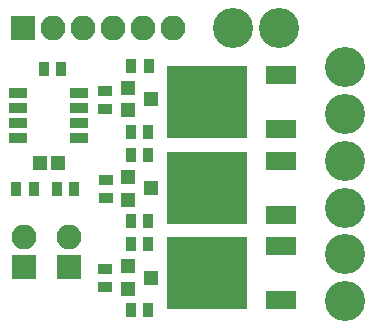
<source format=gbr>
G04 #@! TF.GenerationSoftware,KiCad,Pcbnew,(5.0.0)*
G04 #@! TF.CreationDate,2020-05-23T19:44:19-07:00*
G04 #@! TF.ProjectId,WS2811 Expander,57533238313120457870616E6465722E,rev?*
G04 #@! TF.SameCoordinates,Original*
G04 #@! TF.FileFunction,Soldermask,Top*
G04 #@! TF.FilePolarity,Negative*
%FSLAX46Y46*%
G04 Gerber Fmt 4.6, Leading zero omitted, Abs format (unit mm)*
G04 Created by KiCad (PCBNEW (5.0.0)) date 05/23/20 19:44:19*
%MOMM*%
%LPD*%
G01*
G04 APERTURE LIST*
%ADD10R,0.900000X1.300000*%
%ADD11R,1.300000X0.900000*%
%ADD12R,1.200000X1.150000*%
%ADD13R,2.100000X2.100000*%
%ADD14O,2.100000X2.100000*%
%ADD15R,6.800000X6.200000*%
%ADD16R,2.600000X1.600000*%
%ADD17C,3.400000*%
%ADD18R,1.300000X1.200000*%
%ADD19R,1.500000X0.900000*%
G04 APERTURE END LIST*
D10*
G04 #@! TO.C,R11 *
X139140000Y-28480000D03*
X140640000Y-28480000D03*
G04 #@! TD*
G04 #@! TO.C,R6 *
X146490000Y-33790000D03*
X147990000Y-33790000D03*
G04 #@! TD*
G04 #@! TO.C,R8 *
X141730000Y-38580000D03*
X140230000Y-38580000D03*
G04 #@! TD*
G04 #@! TO.C,R7 *
X136780000Y-38580000D03*
X138280000Y-38580000D03*
G04 #@! TD*
G04 #@! TO.C,R4 *
X146490000Y-48880000D03*
X147990000Y-48880000D03*
G04 #@! TD*
G04 #@! TO.C,R5 *
X146490000Y-41360000D03*
X147990000Y-41360000D03*
G04 #@! TD*
D11*
G04 #@! TO.C,R12*
X144310000Y-46890000D03*
X144310000Y-45390000D03*
G04 #@! TD*
G04 #@! TO.C,R13*
X144370000Y-39340000D03*
X144370000Y-37840000D03*
G04 #@! TD*
D10*
G04 #@! TO.C,R1*
X147990000Y-43300000D03*
X146490000Y-43300000D03*
G04 #@! TD*
G04 #@! TO.C,R2*
X147990000Y-35730000D03*
X146490000Y-35730000D03*
G04 #@! TD*
D11*
G04 #@! TO.C,R14*
X144350000Y-31830000D03*
X144350000Y-30330000D03*
G04 #@! TD*
D12*
G04 #@! TO.C,C1 *
X140330000Y-36390000D03*
X138830000Y-36390000D03*
G04 #@! TD*
D10*
G04 #@! TO.C,R3*
X148030000Y-28180000D03*
X146530000Y-28180000D03*
G04 #@! TD*
D13*
G04 #@! TO.C,J3*
X137360000Y-24950000D03*
D14*
X139900000Y-24950000D03*
X142440000Y-24950000D03*
X144980000Y-24950000D03*
X147520000Y-24950000D03*
X150060000Y-24950000D03*
G04 #@! TD*
D13*
G04 #@! TO.C, R10*
X141240000Y-45190000D03*
D14*
X141240000Y-42650000D03*
G04 #@! TD*
D13*
G04 #@! TO.C,R9 *
X137460000Y-45190000D03*
D14*
X137460000Y-42650000D03*
G04 #@! TD*
D15*
G04 #@! TO.C,Q2*
X152960000Y-45740000D03*
D16*
X159260000Y-43460000D03*
X159260000Y-48020000D03*
G04 #@! TD*
G04 #@! TO.C,Q5*
X159260000Y-40780000D03*
X159260000Y-36220000D03*
D15*
X152960000Y-38500000D03*
G04 #@! TD*
G04 #@! TO.C,Q6*
X152960000Y-31260000D03*
D16*
X159260000Y-28980000D03*
X159260000Y-33540000D03*
G04 #@! TD*
D17*
G04 #@! TO.C,J2 *
X164660000Y-28300000D03*
X164660000Y-32260000D03*
X164660000Y-36220000D03*
X164660000Y-40180000D03*
X164660000Y-44140000D03*
X164660000Y-48100000D03*
G04 #@! TD*
G04 #@! TO.C,J1 *
X155135000Y-24990000D03*
X159095000Y-24990000D03*
G04 #@! TD*
D18*
G04 #@! TO.C,Q1 *
X148240000Y-46110000D03*
X146240000Y-47060000D03*
X146240000Y-45160000D03*
G04 #@! TD*
D19*
G04 #@! TO.C,U1*
X142140000Y-30455000D03*
X136940000Y-30455000D03*
X142140000Y-31725000D03*
X142140000Y-32995000D03*
X142140000Y-34265000D03*
X136940000Y-31725000D03*
X136940000Y-32995000D03*
X136940000Y-34265000D03*
G04 #@! TD*
D18*
G04 #@! TO.C,Q3 *
X146240000Y-37605000D03*
X146240000Y-39505000D03*
X148240000Y-38555000D03*
G04 #@! TD*
G04 #@! TO.C,Q4 *
X148240000Y-31000000D03*
X146240000Y-31950000D03*
X146240000Y-30050000D03*
G04 #@! TD*
M02*

</source>
